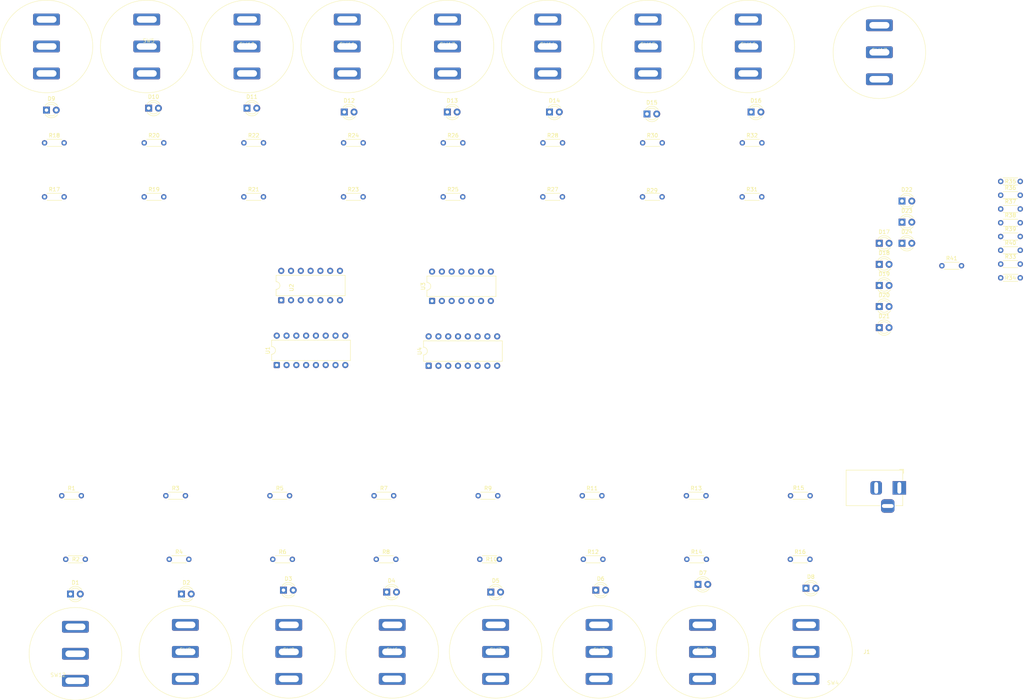
<source format=kicad_pcb>
(kicad_pcb (version 20241229) (generator "pcbnew") (generator_version "9.0")
  (layers (0 "F.Cu" signal) (2 "B.Cu" signal) (13 "F.Paste" user) (15 "B.Paste" user) (5 "F.SilkS" user "F.Silkscreen") (7 "B.SilkS" user "B.Silkscreen") (1 "F.Mask" user) (3 "B.Mask" user) (25 "Edge.Cuts" user))
  (net 0 "")
  (net 1 "GND")
  (net 2 "Net-(D1-A)")
  (net 3 "Net-(D2-A)")
  (net 4 "Net-(D3-A)")
  (net 5 "Net-(D4-A)")
  (net 6 "Net-(D5-A)")
  (net 7 "Net-(D6-A)")
  (net 8 "Net-(D7-A)")
  (net 9 "Net-(D8-A)")
  (net 10 "Net-(D9-A)")
  (net 11 "Net-(D10-A)")
  (net 12 "Net-(D11-A)")
  (net 13 "Net-(D12-A)")
  (net 14 "Net-(D13-A)")
  (net 15 "Net-(D14-A)")
  (net 16 "Net-(D15-A)")
  (net 17 "Net-(D16-A)")
  (net 18 "Net-(D17-A)")
  (net 19 "Net-(D18-A)")
  (net 20 "Net-(D19-A)")
  (net 21 "Net-(D20-A)")
  (net 22 "Net-(D21-A)")
  (net 23 "Net-(D22-A)")
  (net 24 "Net-(D23-A)")
  (net 25 "Net-(D24-A)")
  (net 26 "VCC")
  (net 27 "Net-(R1-Pad2)")
  (net 28 "Net-(R3-Pad2)")
  (net 29 "Net-(R5-Pad2)")
  (net 30 "Net-(R7-Pad2)")
  (net 31 "Net-(R10-Pad1)")
  (net 32 "Net-(R11-Pad2)")
  (net 33 "Net-(R13-Pad2)")
  (net 34 "Net-(R15-Pad2)")
  (net 35 "Net-(R17-Pad2)")
  (net 36 "Net-(R19-Pad2)")
  (net 37 "Net-(R21-Pad2)")
  (net 38 "Net-(R23-Pad2)")
  (net 39 "Net-(R25-Pad2)")
  (net 40 "Net-(R27-Pad2)")
  (net 41 "Net-(R29-Pad2)")
  (net 42 "Net-(R31-Pad2)")
  (net 43 "/S0")
  (net 44 "/S1")
  (net 45 "/S2")
  (net 46 "/S3")
  (net 47 "/S4")
  (net 48 "/S5")
  (net 49 "/S6")
  (net 50 "/S7")
  (net 51 "/SUB")
  (net 52 "/B0")
  (net 54 "/A6")
  (net 56 "/A5")
  (net 58 "/A7")
  (net 61 "/B1")
  (net 62 "/A3")
  (net 64 "/A4")
  (net 66 "/A2")
  (net 68 "/A1")
  (net 71 "/B2")
  (net 73 "/B3")
  (net 74 "/A0")
  (net 76 "/B4")
  (net 78 "/B5")
  (net 80 "/B6")
  (net 83 "/B7")
  (net 84 "Net-(U1-B3)")
  (net 85 "Net-(U1-C4)")
  (net 86 "Net-(U1-B4)")
  (net 87 "Net-(U1-B2)")
  (net 88 "Net-(U1-B1)")
  (net 89 "Net-(U4-B1)")
  (net 90 "Net-(U4-B2)")
  (net 91 "Net-(U4-B3)")
  (net 92 "Net-(U4-B4)")
  (footprint "new switch:adder switch" (layer "F.Cu") (at 206.5 24)
    (property "Reference" "SW16" (at 0 -0.5 0) (layer "F.SilkS") (effects (font (thickness 0.1))))
    (property "Value" "SW_SPDT")
    (pad "1" thru_hole roundrect (at 0 -7) (size 6.95 3.06) (drill oval 5.2 1.7) (layers "*.Cu" "*.Mask") (roundrect_rratio 0.15) (net 1 "GND"))
    (pad "2" thru_hole roundrect (at 0 0) (size 6.95 3.06) (drill oval 5.2 1.7) (layers "*.Cu" "*.Mask") (roundrect_rratio 0.15) (net 83 "/B7"))
    (pad "3" thru_hole roundrect (at 0 7) (size 6.95 3.06) (drill oval 5.2 1.7) (layers "*.Cu" "*.Mask") (roundrect_rratio 0.15))
  )
  (footprint "Resistor_THT:R_Axial_DIN0204_L3.6mm_D1.6mm_P5.08mm_Horizontal" (layer "F.Cu") (at 190.46 140.5)
    (property "Reference" "R13" (at 2.54 -1.92 0) (layer "F.SilkS"))
    (property "Value" "1k")
    (pad "1" thru_hole circle (at 0 0) (size 1.4 1.4) (drill 0.7) (layers "*.Cu" "*.Mask") (net 26 "VCC"))
    (pad "2" thru_hole circle (at 5.08 0) (size 1.4 1.4) (drill 0.7) (layers "*.Cu" "*.Mask") (net 33 "Net-(R13-Pad2)"))
  )
  (footprint "new switch:adder switch" (layer "F.Cu") (at 167.816667 181)
    (property "Reference" "SW3" (at 0 -0.5 0) (layer "F.SilkS") (effects (font (thickness 0.1))))
    (property "Value" "SW_SPDT")
    (pad "1" thru_hole roundrect (at 0 -7) (size 6.95 3.06) (drill oval 5.2 1.7) (layers "*.Cu" "*.Mask") (roundrect_rratio 0.15) (net 1 "GND"))
    (pad "2" thru_hole roundrect (at 0 0) (size 6.95 3.06) (drill oval 5.2 1.7) (layers "*.Cu" "*.Mask") (roundrect_rratio 0.15) (net 56 "/A5"))
    (pad "3" thru_hole roundrect (at 0 7) (size 6.95 3.06) (drill oval 5.2 1.7) (layers "*.Cu" "*.Mask") (roundrect_rratio 0.15))
  )
  (footprint "LED_THT:LED_D3.0mm" (layer "F.Cu") (at 240.475 91.445)
    (property "Reference" "D20" (at 1.27 -2.96 0) (layer "F.SilkS"))
    (property "Value" "LED")
    (pad "1" thru_hole rect (at 0 0) (size 1.8 1.8) (drill 0.9) (layers "*.Cu" "*.Mask") (net 1 "GND"))
    (pad "2" thru_hole circle (at 2.54 0) (size 1.8 1.8) (drill 0.9) (layers "*.Cu" "*.Mask") (net 21 "Net-(D20-A)"))
  )
  (footprint "LED_THT:LED_D3.0mm" (layer "F.Cu") (at 166.96 165)
    (property "Reference" "D6" (at 1.27 -2.96 0) (layer "F.SilkS"))
    (property "Value" "LED")
    (pad "1" thru_hole rect (at 0 0) (size 1.8 1.8) (drill 0.9) (layers "*.Cu" "*.Mask") (net 1 "GND"))
    (pad "2" thru_hole circle (at 2.54 0) (size 1.8 1.8) (drill 0.9) (layers "*.Cu" "*.Mask") (net 7 "Net-(D6-A)"))
  )
  (footprint "new switch:adder switch" (layer "F.Cu") (at 114.165873 181)
    (property "Reference" "SW6" (at 0 -0.5 0) (layer "F.SilkS") (effects (font (thickness 0.1))))
    (property "Value" "SW_SPDT")
    (pad "1" thru_hole roundrect (at 0 -7) (size 6.95 3.06) (drill oval 5.2 1.7) (layers "*.Cu" "*.Mask") (roundrect_rratio 0.15) (net 1 "GND"))
    (pad "2" thru_hole roundrect (at 0 0) (size 6.95 3.06) (drill oval 5.2 1.7) (layers "*.Cu" "*.Mask") (roundrect_rratio 0.15) (net 62 "/A3"))
    (pad "3" thru_hole roundrect (at 0 7) (size 6.95 3.06) (drill oval 5.2 1.7) (layers "*.Cu" "*.Mask") (roundrect_rratio 0.15))
  )
  (footprint "new switch:adder switch" (layer "F.Cu") (at 194.642063 181)
    (property "Reference" "SW2" (at 0 -0.5 0) (layer "F.SilkS") (effects (font (thickness 0.1))))
    (property "Value" "SW_SPDT")
    (pad "1" thru_hole roundrect (at 0 -7) (size 6.95 3.06) (drill oval 5.2 1.7) (layers "*.Cu" "*.Mask") (roundrect_rratio 0.15) (net 1 "GND"))
    (pad "2" thru_hole roundrect (at 0 0) (size 6.95 3.06) (drill oval 5.2 1.7) (layers "*.Cu" "*.Mask") (roundrect_rratio 0.15) (net 54 "/A6"))
    (pad "3" thru_hole roundrect (at 0 7) (size 6.95 3.06) (drill oval 5.2 1.7) (layers "*.Cu" "*.Mask") (roundrect_rratio 0.15))
  )
  (footprint "new switch:adder switch" (layer "F.Cu") (at 32 181.5)
    (property "Reference" "SW12" (at -4.5 5.5 0) (layer "F.SilkS") (effects (font (thickness 0.1))))
    (property "Value" "SW_SPDT")
    (pad "1" thru_hole roundrect (at 0 -7) (size 6.95 3.06) (drill oval 5.2 1.7) (layers "*.Cu" "*.Mask") (roundrect_rratio 0.15) (net 1 "GND"))
    (pad "2" thru_hole roundrect (at 0 0) (size 6.95 3.06) (drill oval 5.2 1.7) (layers "*.Cu" "*.Mask") (roundrect_rratio 0.15) (net 74 "/A0"))
    (pad "3" thru_hole roundrect (at 0 7) (size 6.95 3.06) (drill oval 5.2 1.7) (layers "*.Cu" "*.Mask") (roundrect_rratio 0.15))
  )
  (footprint "Resistor_THT:R_Axial_DIN0204_L3.6mm_D1.6mm_P5.08mm_Horizontal" (layer "F.Cu") (at 271.96 80.428571)
    (property "Reference" "R33" (at 2.54 -1.92 0) (layer "F.SilkS"))
    (property "Value" "1k")
    (pad "1" thru_hole circle (at 0 0) (size 1.4 1.4) (drill 0.7) (layers "*.Cu" "*.Mask") (net 43 "/S0"))
    (pad "2" thru_hole circle (at 5.08 0) (size 1.4 1.4) (drill 0.7) (layers "*.Cu" "*.Mask") (net 18 "Net-(D17-A)"))
  )
  (footprint "Resistor_THT:R_Axial_DIN0204_L3.6mm_D1.6mm_P5.08mm_Horizontal" (layer "F.Cu") (at 75.702857 49)
    (property "Reference" "R22" (at 2.54 -1.92 0) (layer "F.SilkS"))
    (property "Value" "1k")
    (pad "1" thru_hole circle (at 0 0) (size 1.4 1.4) (drill 0.7) (layers "*.Cu" "*.Mask") (net 37 "Net-(R21-Pad2)"))
    (pad "2" thru_hole circle (at 5.08 0) (size 1.4 1.4) (drill 0.7) (layers "*.Cu" "*.Mask") (net 12 "Net-(D11-A)"))
  )
  (footprint "Resistor_THT:R_Axial_DIN0204_L3.6mm_D1.6mm_P5.08mm_Horizontal" (layer "F.Cu") (at 136.882857 157)
    (property "Reference" "R10" (at 3.04 0 0) (layer "F.SilkS"))
    (property "Value" "1k")
    (pad "1" thru_hole circle (at 0 0) (size 1.4 1.4) (drill 0.7) (layers "*.Cu" "*.Mask") (net 31 "Net-(R10-Pad1)"))
    (pad "2" thru_hole circle (at 5.08 0) (size 1.4 1.4) (drill 0.7) (layers "*.Cu" "*.Mask") (net 6 "Net-(D5-A)"))
  )
  (footprint "Resistor_THT:R_Axial_DIN0204_L3.6mm_D1.6mm_P5.08mm_Horizontal" (layer "F.Cu") (at 109.46 140.5)
    (property "Reference" "R7" (at 2.54 -1.92 0) (layer "F.SilkS"))
    (property "Value" "1k")
    (pad "1" thru_hole circle (at 0 0) (size 1.4 1.4) (drill 0.7) (layers "*.Cu" "*.Mask") (net 26 "VCC"))
    (pad "2" thru_hole circle (at 5.08 0) (size 1.4 1.4) (drill 0.7) (layers "*.Cu" "*.Mask") (net 30 "Net-(R7-Pad2)"))
  )
  (footprint "Resistor_THT:R_Axial_DIN0204_L3.6mm_D1.6mm_P5.08mm_Horizontal" (layer "F.Cu") (at 56.345714 157)
    (property "Reference" "R4" (at 2.54 -1.92 0) (layer "F.SilkS"))
    (property "Value" "1k")
    (pad "1" thru_hole circle (at 0 0) (size 1.4 1.4) (drill 0.7) (layers "*.Cu" "*.Mask") (net 28 "Net-(R3-Pad2)"))
    (pad "2" thru_hole circle (at 5.08 0) (size 1.4 1.4) (drill 0.7) (layers "*.Cu" "*.Mask") (net 3 "Net-(D2-A)"))
  )
  (footprint "Package_DIP:DIP-16_W7.62mm" (layer "F.Cu") (at 84.22 106.62 90)
    (property "Reference" "U1" (at 3.81 -2.33 90) (layer "F.SilkS"))
    (property "Value" "~")
    (pad "1" thru_hole roundrect (at 0 0 90) (size 1.6 1.6) (drill 0.8) (layers "*.Cu" "*.Mask") (roundrect_rratio 0.15625) (net 62 "/A3"))
    (pad "2" thru_hole circle (at 0 2.54 90) (size 1.6 1.6) (drill 0.8) (layers "*.Cu" "*.Mask") (net 45 "/S2"))
    (pad "3" thru_hole circle (at 0 5.08 90) (size 1.6 1.6) (drill 0.8) (layers "*.Cu" "*.Mask") (net 66 "/A2"))
    (pad "4" thru_hole circle (at 0 7.62 90) (size 1.6 1.6) (drill 0.8) (layers "*.Cu" "*.Mask") (net 84 "Net-(U1-B3)"))
    (pad "5" thru_hole circle (at 0 10.16 90) (size 1.6 1.6) (drill 0.8) (layers "*.Cu" "*.Mask") (net 26 "VCC"))
    (pad "6" thru_hole circle (at 0 12.7 90) (size 1.6 1.6) (drill 0.8) (layers "*.Cu" "*.Mask") (net 44 "/S1"))
    (pad "7" thru_hole circle (at 0 15.24 90) (size 1.6 1.6) (drill 0.8) (layers "*.Cu" "*.Mask") (net 87 "Net-(U1-B2)"))
    (pad "8" thru_hole circle (at 0 17.78 90) (size 1.6 1.6) (drill 0.8) (layers "*.Cu" "*.Mask") (net 68 "/A1"))
    (pad "9" thru_hole circle (at 7.62 17.78 90) (size 1.6 1.6) (drill 0.8) (layers "*.Cu" "*.Mask") (net 43 "/S0"))
    (pad "10" thru_hole circle (at 7.62 15.24 90) (size 1.6 1.6) (drill 0.8) (layers "*.Cu" "*.Mask") (net 74 "/A0"))
    (pad "11" thru_hole circle (at 7.62 12.7 90) (size 1.6 1.6) (drill 0.8) (layers "*.Cu" "*.Mask") (net 88 "Net-(U1-B1)"))
    (pad "12" thru_hole circle (at 7.62 10.16 90) (size 1.6 1.6) (drill 0.8) (layers "*.Cu" "*.Mask") (net 1 "GND"))
    (pad "13" thru_hole circle (at 7.62 7.62 90) (size 1.6 1.6) (drill 0.8) (layers "*.Cu" "*.Mask") (net 51 "/SUB"))
    (pad "14" thru_hole circle (at 7.62 5.08 90) (size 1.6 1.6) (drill 0.8) (layers "*.Cu" "*.Mask") (net 85 "Net-(U1-C4)"))
    (pad "15" thru_hole circle (at 7.62 2.54 90) (size 1.6 1.6) (drill 0.8) (layers "*.Cu" "*.Mask") (net 46 "/S3"))
    (pad "16" thru_hole circle (at 7.62 0 90) (size 1.6 1.6) (drill 0.8) (layers "*.Cu" "*.Mask") (net 86 "Net-(U1-B4)"))
  )
  (footprint "Package_DIP:DIP-16_W7.62mm" (layer "F.Cu") (at 123.61 106.805 90)
    (property "Reference" "U4" (at 3.81 -2.33 90) (layer "F.SilkS"))
    (property "Value" "~")
    (pad "1" thru_hole roundrect (at 0 0 90) (size 1.6 1.6) (drill 0.8) (layers "*.Cu" "*.Mask") (roundrect_rratio 0.15625) (net 58 "/A7"))
    (pad "2" thru_hole circle (at 0 2.54 90) (size 1.6 1.6) (drill 0.8) (layers "*.Cu" "*.Mask") (net 49 "/S6"))
    (pad "3" thru_hole circle (at 0 5.08 90) (size 1.6 1.6) (drill 0.8) (layers "*.Cu" "*.Mask") (net 54 "/A6"))
    (pad "4" thru_hole circle (at 0 7.62 90) (size 1.6 1.6) (drill 0.8) (layers "*.Cu" "*.Mask") (net 91 "Net-(U4-B3)"))
    (pad "5" thru_hole circle (at 0 10.16 90) (size 1.6 1.6) (drill 0.8) (layers "*.Cu" "*.Mask") (net 26 "VCC"))
    (pad "6" thru_hole circle (at 0 12.7 90) (size 1.6 1.6) (drill 0.8) (layers "*.Cu" "*.Mask") (net 48 "/S5"))
    (pad "7" thru_hole circle (at 0 15.24 90) (size 1.6 1.6) (drill 0.8) (layers "*.Cu" "*.Mask") (net 90 "Net-(U4-B2)"))
    (pad "8" thru_hole circle (at 0 17.78 90) (size 1.6 1.6) (drill 0.8) (layers "*.Cu" "*.Mask") (net 56 "/A5"))
    (pad "9" thru_hole circle (at 7.62 17.78 90) (size 1.6 1.6) (drill 0.8) (layers "*.Cu" "*.Mask") (net 47 "/S4"))
    (pad "10" thru_hole circle (at 7.62 15.24 90) (size 1.6 1.6) (drill 0.8) (layers "*.Cu" "*.Mask") (net 64 "/A4"))
    (pad "11" thru_hole circle (at 7.62 12.7 90) (size 1.6 1.6) (drill 0.8) (layers "*.Cu" "*.Mask") (net 89 "Net-(U4-B1)"))
    (pad "12" thru_hole circle (at 7.62 10.16 90) (size 1.6 1.6) (drill 0.8) (layers "*.Cu" "*.Mask") (net 1 "GND"))
    (pad "13" thru_hole circle (at 7.62 7.62 90) (size 1.6 1.6) (drill 0.8) (layers "*.Cu" "*.Mask") (net 85 "Net-(U1-C4)"))
    (pad "14" thru_hole circle (at 7.62 5.08 90) (size 1.6 1.6) (drill 0.8) (layers "*.Cu" "*.Mask"))
    (pad "15" thru_hole circle (at 7.62 2.54 90) (size 1.6 1.6) (drill 0.8) (layers "*.Cu" "*.Mask") (net 50 "/S7"))
    (pad "16" thru_hole circle (at 7.62 0 90) (size 1.6 1.6) (drill 0.8) (layers "*.Cu" "*.Mask") (net 92 "Net-(U4-B4)"))
  )
  (footprint "LED_THT:LED_D3.0mm" (layer "F.Cu") (at 240.475 96.915)
    (property "Reference" "D21" (at 1.27 -2.96 0) (layer "F.SilkS"))
    (property "Value" "LED")
    (pad "1" thru_hole rect (at 0 0) (size 1.8 1.8) (drill 0.9) (layers "*.Cu" "*.Mask") (net 1 "GND"))
    (pad "2" thru_hole circle (at 2.54 0) (size 1.8 1.8) (drill 0.9) (layers "*.Cu" "*.Mask") (net 22 "Net-(D21-A)"))
  )
  (footprint "Resistor_THT:R_Axial_DIN0204_L3.6mm_D1.6mm_P5.08mm_Horizontal" (layer "F.Cu") (at 271.96 66.142857)
    (property "Reference" "R37" (at 2.54 -1.92 0) (layer "F.SilkS"))
    (property "Value" "1k")
    (pad "1" thru_hole circle (at 0 0) (size 1.4 1.4) (drill 0.7) (layers "*.Cu" "*.Mask") (net 47 "/S4"))
    (pad "2" thru_hole circle (at 5.08 0) (size 1.4 1.4) (drill 0.7) (layers "*.Cu" "*.Mask") (net 22 "Net-(D21-A)"))
  )
  (footprint "new switch:adder switch" (layer "F.Cu") (at 140.99127 181)
    (property "Reference" "SW7" (at 0 -0.5 0) (layer "F.SilkS") (effects (font (thickness 0.1))))
    (property "Value" "SW_SPDT")
    (pad "1" thru_hole roundrect (at 0 -7) (size 6.95 3.06) (drill oval 5.2 1.7) (layers "*.Cu" "*.Mask") (roundrect_rratio 0.15) (net 1 "GND"))
    (pad "2" thru_hole roundrect (at 0 0) (size 6.95 3.06) (drill oval 5.2 1.7) (layers "*.Cu" "*.Mask") (roundrect_rratio 0.15) (net 64 "/A4"))
    (pad "3" thru_hole roundrect (at 0 7) (size 6.95 3.06) (drill oval 5.2 1.7) (layers "*.Cu" "*.Mask") (roundrect_rratio 0.15))
  )
  (footprint "new switch:adder switch" (layer "F.Cu") (at 102.5 24)
    (property "Reference" "SW11" (at 0 -0.5 0) (layer "F.SilkS") (effects (font (thickness 0.1))))
    (property "Value" "SW_SPDT")
    (pad "1" thru_hole roundrect (at 0 -7) (size 6.95 3.06) (drill oval 5.2 1.7) (layers "*.Cu" "*.Mask") (roundrect_rratio 0.15) (net 1 "GND"))
    (pad "2" thru_hole roundrect (at 0 0) (size 6.95 3.06) (drill oval 5.2 1.7) (layers "*.Cu" "*.Mask") (roundrect_rratio 0.15) (net 73 "/B3"))
    (pad "3" thru_hole roundrect (at 0 7) (size 6.95 3.06) (drill oval 5.2 1.7) (layers "*.Cu" "*.Mask") (roundrect_rratio 0.15))
  )
  (footprint "Resistor_THT:R_Axial_DIN0204_L3.6mm_D1.6mm_P5.08mm_Horizontal" (layer "F.Cu") (at 271.96 76.857143)
    (property "Reference" "R40" (at 2.54 -1.92 0) (layer "F.SilkS"))
    (property "Value" "1k")
    (pad "1" thru_hole circle (at 0 0) (size 1.4 1.4) (drill 0.7) (layers "*.Cu" "*.Mask") (net 50 "/S7"))
    (pad "2" thru_hole circle (at 5.08 0) (size 1.4 1.4) (drill 0.7) (layers "*.Cu" "*.Mask") (net 25 "Net-(D24-A)"))
  )
  (footprint "LED_THT:LED_D3.0mm" (layer "F.Cu") (at 101.73 41)
    (property "Reference" "D12" (at 1.27 -2.96 0) (layer "F.SilkS"))
    (property "Value" "LED")
    (pad "1" thru_hole rect (at 0 0) (size 1.8 1.8) (drill 0.9) (layers "*.Cu" "*.Mask") (net 1 "GND"))
    (pad "2" thru_hole circle (at 2.54 0) (size 1.8 1.8) (drill 0.9) (layers "*.Cu" "*.Mask") (net 13 "Net-(D12-A)"))
  )
  (footprint "Resistor_THT:R_Axial_DIN0204_L3.6mm_D1.6mm_P5.08mm_Horizontal" (layer "F.Cu") (at 217.46 140.5)
    (property "Reference" "R15" (at 2.08 -2 0) (layer "F.SilkS"))
    (property "Value" "1k")
    (pad "1" thru_hole circle (at 0 0) (size 1.4 1.4) (drill 0.7) (layers "*.Cu" "*.Mask") (net 26 "VCC"))
    (pad "2" thru_hole circle (at 5.08 0) (size 1.4 1.4) (drill 0.7) (layers "*.Cu" "*.Mask") (net 34 "Net-(R15-Pad2)"))
  )
  (footprint "Resistor_THT:R_Axial_DIN0204_L3.6mm_D1.6mm_P5.08mm_Horizontal" (layer "F.Cu") (at 179.108571 49)
    (property "Reference" "R30" (at 2.54 -1.92 0) (layer "F.SilkS"))
    (property "Value" "1k")
    (pad "1" thru_hole circle (at 0 0) (size 1.4 1.4) (drill 0.7) (layers "*.Cu" "*.Mask") (net 41 "Net-(R29-Pad2)"))
    (pad "2" thru_hole circle (at 5.08 0) (size 1.4 1.4) (drill 0.7) (layers "*.Cu" "*.Mask") (net 16 "Net-(D15-A)"))
  )
  (footprint "Resistor_THT:R_Axial_DIN0204_L3.6mm_D1.6mm_P5.08mm_Horizontal" (layer "F.Cu") (at 256.715 80.865)
    (property "Reference" "R41" (at 2.54 -1.92 0) (layer "F.SilkS"))
    (property "Value" "R")
    (pad "1" thru_hole circle (at 0 0) (size 1.4 1.4) (drill 0.7) (layers "*.Cu" "*.Mask") (net 26 "VCC"))
    (pad "2" thru_hole circle (at 5.08 0) (size 1.4 1.4) (drill 0.7) (layers "*.Cu" "*.Mask") (net 51 "/SUB"))
  )
  (footprint "Resistor_THT:R_Axial_DIN0204_L3.6mm_D1.6mm_P5.08mm_Horizontal" (layer "F.Cu") (at 271.96 69.714286)
    (property "Reference" "R38" (at 2.54 -1.92 0) (layer "F.SilkS"))
    (property "Value" "1k")
    (pad "1" thru_hole circle (at 0 0) (size 1.4 1.4) (drill 0.7) (layers "*.Cu" "*.Mask") (net 48 "/S5"))
    (pad "2" thru_hole circle (at 5.08 0) (size 1.4 1.4) (drill 0.7) (layers "*.Cu" "*.Mask") (net 23 "Net-(D22-A)"))
  )
  (footprint "Resistor_THT:R_Axial_DIN0204_L3.6mm_D1.6mm_P5.08mm_Horizontal" (layer "F.Cu") (at 24 49)
    (property "Reference" "R18" (at 2.54 -1.92 0) (layer "F.SilkS"))
    (property "Value" "1k")
    (pad "1" thru_hole circle (at 0 0) (size 1.4 1.4) (drill 0.7) (layers "*.Cu" "*.Mask") (net 35 "Net-(R17-Pad2)"))
    (pad "2" thru_hole circle (at 5.08 0) (size 1.4 1.4) (drill 0.7) (layers "*.Cu" "*.Mask") (net 10 "Net-(D9-A)"))
  )
  (footprint "Resistor_THT:R_Axial_DIN0204_L3.6mm_D1.6mm_P5.08mm_Horizontal" (layer "F.Cu") (at 110.037143 157)
    (property "Reference" "R8" (at 2.54 -1.92 0) (layer "F.SilkS"))
    (property "Value" "1k")
    (pad "1" thru_hole circle (at 0 0) (size 1.4 1.4) (drill 0.7) (layers "*.Cu" "*.Mask") (net 30 "Net-(R7-Pad2)"))
    (pad "2" thru_hole circle (at 5.08 0) (size 1.4 1.4) (drill 0.7) (layers "*.Cu" "*.Mask") (net 5 "Net-(D4-A)"))
  )
  (footprint "new switch:adder switch" (layer "F.Cu") (at 76.5 24)
    (property "Reference" "SW10" (at 0 -0.5 0) (layer "F.SilkS") (effects (font (thickness 0.1))))
    (property "Value" "SW_SPDT")
    (pad "1" thru_hole roundrect (at 0 -7) (size 6.95 3.06) (drill oval 5.2 1.7) (layers "*.Cu" "*.Mask") (roundrect_rratio 0.15) (net 1 "GND"))
    (pad "2" thru_hole roundrect (at 0 0) (size 6.95 3.06) (drill oval 5.2 1.7) (layers "*.Cu" "*.Mask") (roundrect_rratio 0.15) (net 71 "/B2"))
    (pad "3" thru_hole roundrect (at 0 7) (size 6.95 3.06) (drill oval 5.2 1.7) (layers "*.Cu" "*.Mask") (roundrect_rratio 0.15))
  )
  (footprint "new switch:adder switch" (layer "F.Cu") (at 240.5 25.5)
    (property "Reference" "SW17" (at 0 -0.5 0) (layer "F.SilkS") (effects (font (thickness 0.1))))
    (property "Value" "SW_Push")
    (pad "1" thru_hole roundrect (at 0 -7) (size 6.95 3.06) (drill oval 5.2 1.7) (layers "*.Cu" "*.Mask") (roundrect_rratio 0.15) (net 1 "GND"))
    (pad "2" thru_hole roundrect (at 0 0) (size 6.95 3.06) (drill oval 5.2 1.7) (layers "*.Cu" "*.Mask") (roundrect_rratio 0.15) (net 51 "/SUB"))
    (pad "3" thru_hole roundrect (at 0 7) (size 6.95 3.06) (drill oval 5.2 1.7) (layers "*.Cu" "*.Mask") (roundrect_rratio 0.15))
  )
  (footprint "LED_THT:LED_D3.0mm" (layer "F.Cu") (at 128.46 41)
    (property "Reference" "D13" (at 1.27 -2.96 0) (layer "F.SilkS"))
    (property "Value" "LED")
    (pad "1" thru_hole rect (at 0 0) (size 1.8 1.8) (drill 0.9) (layers "*.Cu" "*.Mask") (net 1 "GND"))
    (pad "2" thru_hole circle (at 2.54 0) (size 1.8 1.8) (drill 0.9) (layers "*.Cu" "*.Mask") (net 14 "Net-(D13-A)"))
  )
  (footprint "LED_THT:LED_D3.0mm" (layer "F.Cu") (at 246.365 75.035)
    (property "Reference" "D24" (at 1.27 -2.96 0) (layer "F.SilkS"))
    (property "Value" "LED")
    (pad "1" thru_hole rect (at 0 0) (size 1.8 1.8) (drill 0.9) (layers "*.Cu" "*.Mask") (net 1 "GND"))
    (pad "2" thru_hole circle (at 2.54 0) (size 1.8 1.8) (drill 0.9) (layers "*.Cu" "*.Mask") (net 25 "Net-(D24-A)"))
  )
  (footprint "Resistor_THT:R_Axial_DIN0204_L3.6mm_D1.6mm_P5.08mm_Horizontal" (layer "F.Cu") (at 24 63)
    (property "Reference" "R17" (at 2.54 -1.92 0) (layer "F.SilkS"))
    (property "Value" "1k")
    (pad "1" thru_hole circle (at 0 0) (size 1.4 1.4) (drill 0.7) (layers "*.Cu" "*.Mask") (net 26 "VCC"))
    (pad "2" thru_hole circle (at 5.08 0) (size 1.4 1.4) (drill 0.7) (layers "*.Cu" "*.Mask") (net 35 "Net-(R17-Pad2)"))
  )
  (footprint "Resistor_THT:R_Axial_DIN0204_L3.6mm_D1.6mm_P5.08mm_Horizontal" (layer "F.Cu") (at 271.96 73.285714)
    (property "Reference" "R39" (at 2.54 -1.92 0) (layer "F.SilkS"))
    (property "Value" "1k")
    (pad "1" thru_hole circle (at 0 0) (size 1.4 1.4) (drill 0.7) (layers "*.Cu" "*.Mask") (net 49 "/S6"))
    (pad "2" thru_hole circle (at 5.08 0) (size 1.4 1.4) (drill 0.7) (layers "*.Cu" "*.Mask") (net 24 "Net-(D23-A)"))
  )
  (footprint "LED_THT:LED_D3.0mm" (layer "F.Cu") (at 246.365 64.095)
    (property "Reference" "D22" (at 1.27 -2.96 0) (layer "F.SilkS"))
    (property "Value" "LED")
    (pad "1" thru_hole rect (at 0 0) (size 1.8 1.8) (drill 0.9) (layers "*.Cu" "*.Mask") (net 1 "GND"))
    (pad "2" thru_hole circle (at 2.54 0) (size 1.8 1.8) (drill 0.9) (layers "*.Cu" "*.Mask") (net 23 "Net-(D22-A)"))
  )
  (footprint "LED_THT:LED_D3.0mm" (layer "F.Cu") (at 207.23 41)
    (property "Reference" "D16" (at 1.27 -2.96 0) (layer "F.SilkS"))
    (property "Value" "LED")
    (pad "1" thru_hole rect (at 0 0) (size 1.8 1.8) (drill 0.9) (layers "*.Cu" "*.Mask") (net 1 "GND"))
    (pad "2" thru_hole circle (at 2.54 0) (size 1.8 1.8) (drill 0.9) (layers "*.Cu" "*.Mask") (net 17 "Net-(D16-A)"))
  )
  (footprint "LED_THT:LED_D3.0mm" (layer "F.Cu") (at 240.475 85.975)
    (property "Reference" "D19" (at 1.27 -2.96 0) (layer "F.SilkS"))
    (property "Value" "LED")
    (pad "1" thru_hole rect (at 0 0) (size 1.8 1.8) (drill 0.9) (layers "*.Cu" "*.Mask") (net 1 "GND"))
    (pad "2" thru_hole circle (at 2.54 0) (size 1.8 1.8) (drill 0.9) (layers "*.Cu" "*.Mask") (net 20 "Net-(D19-A)"))
  )
  (footprint "new switch:adder switch" (layer "F.Cu") (at 180.5 24)
    (property "Reference" "SW15" (at 0 -0.5 0) (layer "F.SilkS") (effects (font (thickness 0.1))))
    (property "Value" "SW_SPDT")
    (pad "1" thru_hole roundrect (at 0 -7) (size 6.95 3.06) (drill oval 5.2 1.7) (layers "*.Cu" "*.Mask") (roundrect_rratio 0.15) (net 1 "GND"))
    (pad "2" thru_hole roundrect (at 0 0) (size 6.95 3.06) (drill oval 5.2 1.7) (layers "*.Cu" "*.Mask") (roundrect_rratio 0.15) (net 80 "/B6"))
    (pad "3" thru_hole roundrect (at 0 7) (size 6.95 3.06) (drill oval 5.2 1.7) (layers "*.Cu" "*.Mask") (roundrect_rratio 0.15))
  )
  (footprint "Resistor_THT:R_Axial_DIN0204_L3.6mm_D1.6mm_P5.08mm_Horizontal" (layer "F.Cu") (at 101.554286 49)
    (property "Reference" "R24" (at 2.54 -1.92 0) (layer "F.SilkS"))
    (property "Value" "1k")
    (pad "1" thru_hole circle (at 0 0) (size 1.4 1.4) (drill 0.7) (layers "*.Cu" "*.Mask") (net 38 "Net-(R23-Pad2)"))
    (pad "2" thru_hole circle (at 5.08 0) (size 1.4 1.4) (drill 0.7) (layers "*.Cu" "*.Mask") (net 13 "Net-(D12-A)"))
  )
  (footprint "Resistor_THT:R_Axial_DIN0204_L3.6mm_D1.6mm_P5.08mm_Horizontal" (layer "F.Cu") (at 217.42 157)
    (property "Reference" "R16" (at 2.54 -1.92 0) (layer "F.SilkS"))
    (property "Value" "1k")
    (pad "1" thru_hole circle (at 0 0) (size 1.4 1.4) (drill 0.7) (layers "*.Cu" "*.Mask") (net 34 "Net-(R15-Pad2)"))
    (pad "2" thru_hole circle (at 5.08 0) (size 1.4 1.4) (drill 0.7) (layers "*.Cu" "*.Mask") (net 9 "Net-(D8-A)"))
  )
  (footprint "LED_THT:LED_D3.0mm" (layer "F.Cu") (at 221.46 164.5)
    (property "Reference" "D8" (at 1.27 -2.96 0) (layer "F.SilkS"))
    (property "Value" "LED")
    (pad "1" thru_hole rect (at 0 0) (size 1.8 1.8) (drill 0.9) (layers "*.Cu" "*.Mask") (net 1 "GND"))
    (pad "2" thru_hole circle (at 2.54 0) (size 1.8 1.8) (drill 0.9) (layers "*.Cu" "*.Mask") (net 9 "Net-(D8-A)"))
  )
  (footprint "Resistor_THT:R_Axial_DIN0204_L3.6mm_D1.6mm_P5.08mm_Horizontal" (layer "F.Cu") (at 49.851429 49)
    (property "Reference" "R20" (at 2.54 -1.92 0) (layer "F.SilkS"))
    (property "Value" "1k")
    (pad "1" thru_hole circle (at 0 0) (size 1.4 1.4) (drill 0.7) (layers "*.Cu" "*.Mask") (net 36 "Net-(R19-Pad2)"))
    (pad "2" thru_hole circle (at 5.08 0) (size 1.4 1.4) (drill 0.7) (layers "*.Cu" "*.Mask") (net 11 "Net-(D10-A)"))
  )
  (footprint "new switch:adder switch" (layer "F.Cu") (at 50.5 24)
    (property "Reference" "SW5" (at 0.5 -1.5 0) (layer "F.SilkS") (effects (font (thickness 0.1))))
    (property "Value" "SW_SPDT")
    (pad "1" thru_hole roundrect (at 0 -7) (size 6.95 3.06) (drill oval 5.2 1.7) (layers "*.Cu" "*.Mask") (roundrect_rratio 0.15) (net 1 "GND"))
    (pad "2" thru_hole roundrect (at 0 0) (size 6.95 3.06) (drill oval 5.2 1.7) (layers "*.Cu" "*.Mask") (roundrect_rratio 0.15) (net 61 "/B1"))
    (pad "3" thru_hole roundrect (at 0 7) (size 6.95 3.06) (drill oval 5.2 1.7) (layers "*.Cu" "*.Mask") (roundrect_rratio 0.15))
  )
  (footprint "Resistor_THT:R_Axial_DIN0204_L3.6mm_D1.6mm_P5.08mm_Horizontal" (layer "F.Cu") (at 271.96 84)
    (property "Reference" "R34" (at 2.54 0 0) (layer "F.SilkS"))
    (property "Value" "1k")
    (pad "1" thru_hole circle (at 0 0) (size 1.4 1.4) (drill 0.7) (layers "*.Cu" "*.Mask") (net 44 "/S1"))
    (pad "2" thru_hole circle (at 5.08 0) (size 1.4 1.4) (drill 0.7) (layers "*.Cu" "*.Mask") (net 19 "Net-(D18-A)"))
  )
  (footprint "Resistor_THT:R_Axial_DIN0204_L3.6mm_D1.6mm_P5.08mm_Horizontal" (layer "F.Cu") (at 127.382857 63)
    (property "Reference" "R25" (at 2.54 -1.92 0) (layer "F.SilkS"))
    (property "Value" "1k")
    (pad "1" thru_hole circle (at 0 0) (size 1.4 1.4) (drill 0.7) (layers "*.Cu" "*.Mask") (net 26 "VCC"))
    (pad "2" thru_hole circle (at 5.08 0) (size 1.4 1.4) (drill 0.7) (layers "*.Cu" "*.Mask") (net 39 "Net-(R25-Pad2)"))
  )
  (footprint "LED_THT:LED_D3.0mm" (layer "F.Cu") (at 139.73 165.5)
    (property "Reference" "D5" (at 1.27 -2.96 0) (layer "F.SilkS"))
    (property "Value" "LED")
    (pad "1" thru_hole rect (at 0 0) (size 1.8 1.8) (drill 0.9) (layers "*.Cu" "*.Mask") (net 1 "GND"))
    (pad "2" thru_hole circle (at 2.54 0) (size 1.8 1.8) (drill 0.9) (layers "*.Cu" "*.Mask") (net 6 "Net-(D5-A)"))
  )
  (footprint "Resistor_THT:R_Axial_DIN0204_L3.6mm_D1.6mm_P5.08mm_Horizontal" (layer "F.Cu") (at 179.074286 63)
    (property "Reference" "R29" (at 2.47 -1.65 0) (layer "F.SilkS"))
    (property "Value" "1k")
    (pad "1" thru_hole circle (at 0 0) (size 1.4 1.4) (drill 0.7) (layers "*.Cu" "*.Mask") (net 26 "VCC"))
    (pad "2" thru_hole circle (at 5.08 0) (size 1.4 1.4) (drill 0.7) (layers "*.Cu" "*.Mask") (net 41 "Net-(R29-Pad2)"))
  )
  (footprint "Resistor_THT:R_Axial_DIN0204_L3.6mm_D1.6mm_P5.08mm_Horizontal" (layer "F.Cu") (at 28.46 140.5)
    (property "Reference" "R1" (at 2.54 -1.92 0) (layer "F.SilkS"))
    (property "Value" "1k")
    (pad "1" thru_hole circle (at 0 0) (size 1.4 1.4) (drill 0.7) (layers "*.Cu" "*.Mask") (net 26 "VCC"))
    (pad "2" thru_hole circle (at 5.08 0) (size 1.4 1.4) (drill 0.7) (layers "*.Cu" "*.Mask") (net 27 "Net-(R1-Pad2)"))
  )
  (footprint "Resistor_THT:R_Axial_DIN0204_L3.6mm_D1.6mm_P5.08mm_Horizontal" (layer "F.Cu") (at 204.92 63)
    (property "Reference" "R31" (at 2.54 -1.92 0) (layer "F.SilkS"))
    (property "Value" "1k")
    (pad "1" thru_hole circle (at 0 0) (size 1.4 1.4) (drill 0.7) (layers "*.Cu" "*.Mask") (net 26 "VCC"))
    (pad "2" thru_hole circle (at 5.08 0) (size 1.4 1.4) (drill 0.7) (layers "*.Cu" "*.Mask") (net 42 "Net-(R31-Pad2)"))
  )
  (footprint "new switch:adder switch" (layer "F.Cu") (at 60.51508 181)
    (property "Reference" "SW9" (at 0 -0.5 0) (layer "F.SilkS") (effects (font (thickness 0.1))))
    (property "Value" "SW_SPDT")
    (pad "1" thru_hole roundrect (at 0 -7) (size 6.95 3.06) (drill oval 5.2 1.7) (layers "*.Cu" "*.Mask") (roundrect_rratio 0.15) (net 1 "GND"))
    (pad "2" thru_hole roundrect (at 0 0) (size 6.95 3.06) (drill oval 5.2 1.7) (layers "*.Cu" "*.Mask") (roundrect_rratio 0.15) (net 68 "/A1"))
    (pad "3" thru_hole roundrect (at 0 7) (size 6.95 3.06) (drill oval 5.2 1.7) (layers "*.Cu" "*.Mask") (roundrect_rratio 0.15))
  )
  (footprint "Resistor_THT:R_Axial_DIN0204_L3.6mm_D1.6mm_P5.08mm_Horizontal" (layer "F.Cu") (at 271.96 59)
    (property "Reference" "R35" (at 2.54 0 0) (layer "F.SilkS"))
    (property "Value" "1k")
    (pad "1" thru_hole circle (at 0 0) (size 1.4 1.4) (drill 0.7) (layers "*.Cu" "*.Mask") (net 45 "/S2"))
    (pad "2" thru_hole circle (at 5.08 0) (size 1.4 1.4) (drill 0.7) (layers "*.Cu" "*.Mask") (net 20 "Net-(D19-A)"))
  )
  (footprint "Resistor_THT:R_Axial_DIN0204_L3.6mm_D1.6mm_P5.08mm_Horizontal" (layer "F.Cu") (at 153.257143 49)
    (property "Reference" "R28" (at 2.54 -1.92 0) (layer "F.SilkS"))
    (property "Value" "1k")
    (pad "1" thru_hole circle (at 0 0) (size 1.4 1.4) (drill 0.7) (layers "*.Cu" "*.Mask") (net 40 "Net-(R27-Pad2)"))
    (pad "2" thru_hole circle (at 5.08 0) (size 1.4 1.4) (drill 0.7) (layers "*.Cu" "*.Mask") (net 15 "Net-(D14-A)"))
  )
  (footprint "LED_THT:LED_D3.0mm" (layer "F.Cu") (at 180.23 41.5)
    (property "Reference" "D15" (at 1.27 -2.96 0) (layer "F.SilkS"))
    (property "Value" "LED")
    (pad "1" thru_hole rect (at 0 0) (size 1.8 1.8) (drill 0.9) (layers "*.Cu" "*.Mask") (net 1 "GND"))
    (pad "2" thru_hole circle (at 2.54 0) (size 1.8 1.8) (drill 0.9) (layers "*.Cu" "*.Mask") (net 16 "Net-(D15-A)"))
  )
  (footprint "LED_THT:LED_D3.0mm" (layer "F.Cu") (at 154.96 41)
    (property "Reference" "D14" (at 1.27 -2.96 0) (layer "F.SilkS"))
    (property "Value" "LED")
    (pad "1" thru_hole rect (at 0 0) (size 1.8 1.8) (drill 0.9) (layers "*.Cu" "*.Mask") (net 1 "GND"))
    (pad "2" thru_hole circle (at 2.54 0) (size 1.8 1.8) (drill 0.9) (layers "*.Cu" "*.Mask") (net 15 "Net-(D14-A)"))
  )
  (footprint "Package_DIP:DIP-14_W7.62mm" (layer "F.Cu") (at 85.38 89.805 90)
    (property "Reference" "U2" (at 3.265 2.685 90) (layer "F.SilkS"))
    (property "Value" "~")
    (pad "1" thru_hole roundrect (at 0 0 90) (size 1.6 1.6) (drill 0.8) (layers "*.Cu" "*.Mask") (roundrect_rratio 0.15625) (net 83 "/B7"))
    (pad "2" thru_hole circle (at 0 2.54 90) (size 1.6 1.6) (drill 0.8) (layers "*.Cu" "*.Mask") (net 51 "/SUB"))
    (pad "3" thru_hole circle (at 0 5.08 90) (size 1.6 1.6) (drill 0.8) (layers "*.Cu" "*.Mask") (net 92 "Net-(U4-B4)"))
    (pad "4" thru_hole circle (at 0 7.62 90) (size 1.6 1.6) (drill 0.8) (layers "*.Cu" "*.Mask") (net 80 "/B6"))
    (pad "5" thru_hole circle (at 0 10.16 90) (size 1.6 1.6) (drill 0.8) (layers "*.Cu" "*.Mask") (net 51 "/SUB"))
    (pad "6" thru_hole circle (at 0 12.7 90) (size 1.6 1.6) (drill 0.8) (layers "*.Cu" "*.Mask") (net 91 "Net-(U4-B3)"))
    (pad "7" thru_hole circle (at 0 15.24 90) (size 1.6 1.6) (drill 0.8) (layers "*.Cu" "*.Mask") (net 1 "GND"))
    (pad "8" thru_hole circle (at 7.62 15.24 90) (size 1.6 1.6) (drill 0.8) (layers "*.Cu" "*.Mask") (net 90 "Net-(U4-B2)"))
    (pad "9" thru_hole circle (at 7.62 12.7 90) (size 1.6 1.6) (drill 0.8) (layers "*.Cu" "*.Mask") (net 78 "/B5"))
    (pad "10" thru_hole circle (at 7.62 10.16 90) (size 1.6 1.6) (drill 0.8) (layers "*.Cu" "*.Mask") (net 51 "/SUB"))
    (pad "11" thru_hole circle (at 7.62 7.62 90) (size 1.6 1.6) (drill 0.8) (layers "*.Cu" "*.Mask") (net 89 "Net-(U4-B1)"))
    (pad "12" thru_hole circle (at 7.62 5.08 90) (size 1.6 1.6) (drill 0.8) (layers "*.Cu" "*.Mask") (net 76 "/B4"))
    (pad "13" thru_hole circle (at 7.62 2.54 90) (size 1.6 1.6) (drill 0.8) (layers "*.Cu" "*.Mask") (net 51 "/SUB"))
    (pad "14" thru_hole circle (at 7.62 0 90) (size 1.6 1.6) (drill 0.8) (layers "*.Cu" "*.Mask") (net 26 "VCC"))
  )
  (footprint "Resistor_THT:R_Axial_DIN0204_L3.6mm_D1.6mm_P5.08mm_Horizontal" (layer "F.Cu") (at 153.228571 63)
    (property "Reference" "R27" (at 2.54 -1.92 0) (layer "F.SilkS"))
    (property "Value" "1k")
    (pad "1" thru_hole circle (at 0 0) (size 1.4 1.4) (drill 0.7) (layers "*.Cu" "*.Mask") (net 26 "VCC"))
    (pad "2" thru_hole circle (at 5.08 0) (size 1.4 1.4) (drill 0.7) (layers "*.Cu" "*.Mask") (net 40 "Net-(R27-Pad2)"))
  )
  (footprint "LED_THT:LED_D3.0mm" (layer "F.Cu") (at 85.96 165)
    (property "Reference" "D3" (at 1.27 -2.96 0) (layer "F.SilkS"))
    (property "Value" "LED")
    (pad "1" thru_hole rect (at 0 0) (size 1.8 1.8) (drill 0.9) (layers "*.Cu" "*.Mask") (net 1 "GND"))
    (pad "2" thru_hole circle (at 2.54 0) (size 1.8 1.8) (drill 0.9) (layers "*.Cu" "*.Mask") (net 4 "Net-(D3-A)"))
  )
  (footprint "Resistor_THT:R_Axial_DIN0204_L3.6mm_D1.6mm_P5.08mm_Horizontal" (layer "F.Cu") (at 101.537143 63)
    (property "Reference" "R23" (at 2.54 -1.92 0) (layer "F.SilkS"))
    (property "Value" "1k")
    (pad "1" thru_hole circle (at 0 0) (size 1.4 1.4) (drill 0.7) (layers "*.Cu" "*.Mask") (net 26 "VCC"))
    (pad "2" thru_hole circle (at 5.08 0) (size 1.4 1.4) (drill 0.7) (layers "*.Cu" "*.Mask") (net 38 "Net-(R23-Pad2)"))
  )
  (footprint "Resistor_THT:R_Axial_DIN0204_L3.6mm_D1.6mm_P5.08mm_Horizontal" (layer "F.Cu") (at 271.96 62.571429)
    (property "Reference" "R36" (at 2.54 -1.92 0) (layer "F.SilkS"))
    (property "Value" "1k")
    (pad "1" thru_hole circle (at 0 0) (size 1.4 1.4) (drill 0.7) (layers "*.Cu" "*.Mask") (net 46 "/S3"))
    (pad "2" thru_hole circle (at 5.08 0) (size 1.4 1.4) (drill 0.7) (layers "*.Cu" "*.Mask") (net 21 "Net-(D20-A)"))
  )
  (footprint "Resistor_THT:R_Axial_DIN0204_L3.6mm_D1.6mm_P5.08mm_Horizontal" (layer "F.Cu") (at 163.728571 157)
    (property "Reference" "R12" (at 2.54 -1.92 0) (layer "F.SilkS"))
    (property "Value" "1k")
    (pad "1" thru_hole circle (at 0 0) (size 1.4 1.4) (drill 0.7) (layers "*.Cu" "*.Mask") (net 32 "Net-(R11-Pad2)"))
    (pad "2" thru_hole circle (at 5.08 0) (size 1.4 1.4) (drill 0.7) (layers "*.Cu" "*.Mask") (net 7 "Net-(D6-A)"))
  )
  (footprint "Resistor_THT:R_Axial_DIN0204_L3.6mm_D1.6mm_P5.08mm_Horizontal" (layer "F.Cu") (at 136.46 140.5)
    (property "Reference" "R9" (at 2.54 -1.92 0) (layer "F.SilkS"))
    (property "Value" "1k")
    (pad "1" thru_hole circle (at 0 0) (size 1.4 1.4) (drill 0.7) (layers "*.Cu" "*.Mask") (net 26 "VCC"))
    (pad "2" thru_hole circle (at 5.08 0) (size 1.4 1.4) (drill 0.7) (layers "*.Cu" "*.Mask") (net 31 "Net-(R10-Pad1)"))
  )
  (footprint "LED_THT:LED_D3.0mm" (layer "F.Cu") (at 240.475 75.035)
    (property "Reference" "D17" (at 1.27 -2.96 0) (layer "F.SilkS"))
    (property "Value" "LED")
    (pad "1" thru_hole rect (at 0 0) (size 1.8 1.8) (drill 0.9) (layers "*.Cu" "*.Mask") (net 1 "GND"))
    (pad "2" thru_hole circle (at 2.54 0) (size 1.8 1.8) (drill 0.9) (layers "*.Cu" "*.Mask") (net 18 "Net-(D17-A)"))
  )
  (footprint "LED_THT:LED_D3.0mm" (layer "F.Cu") (at 112.73 165.5)
    (property "Reference" "D4" (at 1.27 -2.96 0) (layer "F.SilkS"))
    (property "Value" "LED")
    (pad "1" thru_hole rect (at 0 0) (size 1.8 1.8) (drill 0.9) (layers "*.Cu" "*.Mask") (net 1 "GND"))
    (pad "2" thru_hole circle (at 2.54 0) (size 1.8 1.8) (drill 0.9) (layers "*.Cu" "*.Mask") (net 5 "Net-(D4-A)"))
  )
  (footprint "new switch:adder switch" (layer "F.Cu") (at 24.5 24)
    (property "Reference" "SW1" (at 0 0 0) (layer "F.SilkS") (effects (font (thickness 0.1))))
    (property "Value" "SW_SPDT")
    (pad "1" thru_hole roundrect (at 0 -7) (size 6.95 3.06) (drill oval 5.2 1.7) (layers "*.Cu" "*.Mask") (roundrect_rratio 0.15) (net 1 "GND"))
    (pad "2" thru_hole roundrect (at 0 0) (size 6.95 3.06) (drill oval 5.2 1.7) (layers "*.Cu" "*.Mask") (roundrect_rratio 0.15) (net 52 "/B0"))
    (pad "3" thru_hole roundrect (at 0 7) (size 6.95 3.06) (drill oval 5.2 1.7) (layers "*.Cu" "*.Mask") (roundrect_rratio 0.15))
  )
  (footprint "new switch:adder switch" (layer "F.Cu") (at 154.5 24)
    (property "Reference" "SW14" (at 0 -0.5 0) (layer "F.SilkS") (effects (font (thickness 0.1))))
    (property "Value" "SW_SPDT")
    (pad "1" thru_hole roundrect (at 0 -7) (size 6.95 3.06) (drill oval 5.2 1.7) (layers "*.Cu" "*.Mask") (roundrect_rratio 0.15) (net 1 "GND"))
    (pad "2" thru_hole roundrect (at 0 0) (size 6.95 3.06) (drill oval 5.2 1.7) (layers "*.Cu" "*.Mask") (roundrect_rratio 0.15) (net 78 "/B5"))
    (pad "3" thru_hole roundrect (at 0 7) (size 6.95 3.06) (drill oval 5.2 1.7) (layers "*.Cu" "*.Mask") (roundrect_rratio 0.15))
  )
  (footprint "LED_THT:LED_D3.0mm" (layer "F.Cu") (at 240.475 80.505)
    (property "Reference" "D18" (at 1.27 -2.96 0) (layer "F.SilkS"))
    (property "Value" "LED")
    (pad "1" thru_hole rect (at 0 0) (size 1.8 1.8) (drill 0.9) (layers "*.Cu" "*.Mask") (net 1 "GND"))
    (pad "2" thru_hole circle (at 2.54 0) (size 1.8 1.8) (drill 0.9) (layers "*.Cu" "*.Mask") (net 19 "Net-(D18-A)"))
  )
  (footprint "new switch:adder switch" (layer "F.Cu") (at 128.5 24)
    (property "Reference" "SW13" (at 0 -0.5 0) (layer "F.SilkS") (effects (font (thickness 0.1))))
    (property "Value" "SW_SPDT")
    (pad "1" thru_hole roundrect (at 0 -7) (size 6.95 3.06) (drill oval 5.2 1.7) (layers "*.Cu" "*.Mask") (roundrect_rratio 0.15) (net 1 "GND"))
    (pad "2" thru_hole roundrect (at 0 0) (size 6.95 3.06) (drill oval 5.2 1.7) (layers "*.Cu" "*.Mask") (roundrect_rratio 0.15) (net 76 "/B4"))
    (pad "3" thru_hole roundrect (at 0 7) (size 6.95 3.06) (drill oval 5.2 1.7) (layers "*.Cu" "*.Mask") (roundrect_rratio 0.15))
  )
  (footprint "new switch:adder switch" (layer "F.Cu") (at 87.340476 181)
    (property "Reference" "SW8" (at 0 -0.5 0) (layer "F.SilkS") (effects (font (thickness 0.1))))
    (property "Value" "SW_SPDT")
    (pad "1" thru_hole roundrect (at 0 -7) (size 6.95 3.06) (drill oval 5.2 1.7) (layers "*.Cu" "*.Mask") (roundrect_rratio 0.15) (net 1 "GND"))
    (pad "2" thru_hole roundrect (at 0 0) (size 6.95 3.06) (drill oval 5.2 1.7) (layers "*.Cu" "*.Mask") (roundrect_rratio 0.15) (net 66 "/A2"))
    (pad "3" thru_hole roundrect (at 0 7) (size 6.95 3.06) (drill oval 5.2 1.7) (layers "*.Cu" "*.Mask") (roundrect_rratio 0.15))
  )
  (footprint "LED_THT:LED_D3.0mm" (layer "F.Cu") (at 246.365 69.565)
    (property "Reference" "D23" (at 1.27 -2.96 0) (layer "F.SilkS"))
    (property "Value" "LED")
    (pad "1" thru_hole rect (at 0 0) (size 1.8 1.8) (drill 0.9) (layers "*.Cu" "*.Mask") (net 1 "GND"))
    (pad "2" thru_hole circle (at 2.54 0) (size 1.8 1.8) (drill 0.9) (layers "*.Cu" "*.Mask") (net 24 "Net-(D23-A)"))
  )
  (footprint "Resistor_THT:R_Axial_DIN0204_L3.6mm_D1.6mm_P5.08mm_Horizontal" (layer "F.Cu") (at 190.574286 157)
    (property "Reference" "R14" (at 2.54 -1.92 0) (layer "F.SilkS"))
    (property "Value" "1k")
    (pad "1" thru_hole circle (at 0 0) (size 1.4 1.4) (drill 0.7) (layers "*.Cu" "*.Mask") (net 33 "Net-(R13-Pad2)"))
    (pad "2" thru_hole circle (at 5.08 0) (size 1.4 1.4) (drill 0.7) (layers "*.Cu" "*.Mask") (net 8 "Net-(D7-A)"))
  )
  (footprint "LED_THT:LED_D3.0mm" (layer "F.Cu") (at 51 40)
    (property "Reference" "D10" (at 1.27 -2.96 0) (layer "F.SilkS"))
    (property "Value" "LED")
    (pad "1" thru_hole rect (at 0 0) (size 1.8 1.8) (drill 0.9) (layers "*.Cu" "*.Mask") (net 1 "GND"))
    (pad "2" thru_hole circle (at 2.54 0) (size 1.8 1.8) (drill 0.9) (layers "*.Cu" "*.Mask") (net 11 "Net-(D10-A)"))
  )
  (footprint "LED_THT:LED_D3.0mm" (layer "F.Cu") (at 30.73 166)
    (property "Reference" "D1" (at 1.27 -2.96 0) (layer "F.SilkS"))
    (property "Value" "LED")
    (pad "1" thru_hole rect (at 0 0) (size 1.8 1.8) (drill 0.9) (layers "*.Cu" "*.Mask") (net 1 "GND"))
    (pad "2" thru_hole circle (at 2.54 0) (size 1.8 1.8) (drill 0.9) (layers "*.Cu" "*.Mask") (net 2 "Net-(D1-A)"))
  )
  (footprint "Resistor_THT:R_Axial_DIN0204_L3.6mm_D1.6mm_P5.08mm_Horizontal" (layer "F.Cu") (at 29.5 157)
    (property "Reference" "R2" (at 2.62 0 0) (layer "F.SilkS"))
    (property "Value" "1k")
    (pad "1" thru_hole circle (at 0 0) (size 1.4 1.4) (drill 0.7) (layers "*.Cu" "*.Mask") (net 27 "Net-(R1-Pad2)"))
    (pad "2" thru_hole circle (at 5.08 0) (size 1.4 1.4) (drill 0.7) (layers "*.Cu" "*.Mask") (net 2 "Net-(D1-A)"))
  )
  (footprint "Resistor_THT:R_Axial_DIN0204_L3.6mm_D1.6mm_P5.08mm_Horizontal" (layer "F.Cu") (at 82.46 140.5)
    (property "Reference" "R5" (at 2.54 -1.92 0) (layer "F.SilkS"))
    (property "Value" "1k")
    (pad "1" thru_hole circle (at 0 0) (size 1.4 1.4) (drill 0.7) (layers "*.Cu" "*.Mask") (net 26 "VCC"))
    (pad "2" thru_hole circle (at 5.08 0) (size 1.4 1.4) (drill 0.7) (layers "*.Cu" "*.Mask") (net 29 "Net-(R5-Pad2)"))
  )
  (footprint "LED_THT:LED_D3.0mm" (layer "F.Cu") (at 76.5 40)
    (property "Reference" "D11" (at 1.27 -2.96 0) (layer "F.SilkS"))
    (property "Value" "LED")
    (pad "1" thru_hole rect (at 0 0) (size 1.8 1.8) (drill 0.9) (layers "*.Cu" "*.Mask") (net 1 "GND"))
    (pad "2" thru_hole circle (at 2.54 0) (size 1.8 1.8) (drill 0.9) (layers "*.Cu" "*.Mask") (net 12 "Net-(D11-A)"))
  )
  (footprint "LED_THT:LED_D3.0mm" (layer "F.Cu") (at 24.5 40.5)
    (property "Reference" "D9" (at 1.27 -2.96 0) (layer "F.SilkS"))
    (property "Value" "LED")
    (pad "1" thru_hole rect (at 0 0) (size 1.8 1.8) (drill 0.9) (layers "*.Cu" "*.Mask") (net 1 "GND"))
    (pad "2" thru_hole circle (at 2.54 0) (size 1.8 1.8) (drill 0.9) (layers "*.Cu" "*.Mask") (net 10 "Net-(D9-A)"))
  )
  (footprint "Resistor_THT:R_Axial_DIN0204_L3.6mm_D1.6mm_P5.08mm_Horizontal" (layer "F.Cu") (at 75.691429 63)
    (property "Reference" "R21" (at 2.54 -1.92 0) (layer "F.SilkS"))
    (property "Value" "1k")
    (pad "1" thru_hole circle (at 0 0) (size 1.4 1.4) (drill 0.7) (layers "*.Cu" "*.Mask") (net 26 "VCC"))
    (pad "2" thru_hole circle (at 5.08 0) (size 1.4 1.4) (drill 0.7) (layers "*.Cu" "*.Mask") (net 37 "Net-(R21-Pad2)"))
  )
  (footprint "Resistor_THT:R_Axial_DIN0204_L3.6mm_D1.6mm_P5.08mm_Horizontal" (layer "F.Cu") (at 83.191429 157)
    (property "Reference" "R6" (at 2.54 -1.92 0) (layer "F.SilkS"))
    (property "Value" "1k")
    (pad "1" thru_hole circle (at 0 0) (size 1.4 1.4) (drill 0.7) (layers "*.Cu" "*.Mask") (net 29 "Net-(R5-Pad2)"))
    (pad "2" thru_hole circle (at 5.08 0) (size 1.4 1.4) (drill 0.7) (layers "*.Cu" "*.Mask") (net 4 "Net-(D3-A)"))
  )
  (footprint "Resistor_THT:R_Axial_DIN0204_L3.6mm_D1.6mm_P5.08mm_Horizontal" (layer "F.Cu") (at 204.96 49)
    (property "Reference" "R32" (at 2.54 -1.92 0) (layer "F.SilkS"))
    (property "Value" "1k")
    (pad "1" thru_hole circle (at 0 0) (size 1.4 1.4) (drill 0.7) (layers "*.Cu" "*.Mask") (net 42 "Net-(R31-Pad2)"))
    (pad "2" thru_hole circle (at 5.08 0) (size 1.4 1.4) (drill 0.7) (layers "*.Cu" "*.Mask") (net 17 "Net-(D16-A)"))
  )
  (footprint "Connector_BarrelJack:BarrelJack_Horizontal" (layer "F.Cu") (at 245.675 138.47)
    (property "Reference" "J1" (at -8.45 42.53 0) (layer "F.SilkS"))
    (property "Value" "Barrel_Jack")
    (pad "1" thru_hole rect (at 0 0) (size 3.5 3.5) (drill oval 1 3) (layers "*.Cu" "*.Mask") (net 26 "VCC"))
    (pad "2" thru_hole roundrect (at -6 0) (size 3 3.5) (drill oval 1 3) (layers "*.Cu" "*.Mask") (net 1 "GND"))
    (pad "3" thru_hole roundrect (at -3 4.7) (size 3.5 3.5) (drill oval 3 1) (layers "*.Cu" "*.Mask"))
  )
  (footprint "LED_THT:LED_D3.0mm" (layer "F.Cu") (at 59.5 166)
    (property "Reference" "D2" (at 1.27 -2.96 0) (layer "F.SilkS"))
    (property "Value" "LED")
    (pad "1" thru_hole rect (at 0 0) (size 1.8 1.8) (drill 0.9) (layers "*.Cu" "*.Mask") (net 1 "GND"))
    (pad "2" thru_hole circle (at 2.54 0) (size 1.8 1.8) (drill 0.9) (layers "*.Cu" "*.Mask") (net 3 "Net-(D2-A)"))
  )
  (footprint "Resistor_THT:R_Axial_DIN0204_L3.6mm_D1.6mm_P5.08mm_Horizontal" (layer "F.Cu") (at 55.46 140.5)
    (property "Reference" "R3" (at 2.54 -1.92 0) (layer "F.SilkS"))
    (property "Value" "1k")
    (pad "1" thru_hole circle (at 0 0) (size 1.4 1.4) (drill 0.7) (layers "*.Cu" "*.Mask") (net 26 "VCC"))
    (pad "2" thru_hole circle (at 5.08 0) (size 1.4 1.4) (drill 0.7) (layers "*.Cu" "*.Mask") (net 28 "Net-(R3-Pad2)"))
  )
  (footprint "Resistor_THT:R_Axial_DIN0204_L3.6mm_D1.6mm_P5.08mm_Horizontal" (layer "F.Cu") (at 163.46 140.5)
    (property "Reference" "R11" (at 2.54 -1.92 0) (layer "F.SilkS"))
    (property "Value" "1k")
    (pad "1" thru_hole circle (at 0 0) (size 1.4 1.4) (drill 0.7) (layers "*.Cu" "*.Mask") (net 26 "VCC"))
    (pad "2" thru_hole circle (at 5.08 0) (size 1.4 1.4) (drill 0.7) (layers "*.Cu" "*.Mask") (net 32 "Net-(R11-Pad2)"))
  )
  (footprint "Package_DIP:DIP-14_W7.62mm" (layer "F.Cu") (at 124.5 90 90)
    (property "Reference" "U3" (at 3.81 -2.33 90) (layer "F.SilkS"))
    (property "Value" "~")
    (pad "1" thru_hole roundrect (at 0 0 90) (size 1.6 1.6) (drill 0.8) (layers "*.Cu" "*.Mask") (roundrect_rratio 0.15625) (net 73 "/B3"))
    (pad "2" thru_hole circle (at 0 2.54 90) (size 1.6 1.6) (drill 0.8) (layers "*.Cu" "*.Mask") (net 51 "/SUB"))
    (pad "3" thru_hole circle (at 0 5.08 90) (size 1.6 1.6) (drill 0.8) (layers "*.Cu" "*.Mask") (net 86 "Net-(U1-B4)"))
    (pad "4" thru_hole circle (at 0 7.62 90) (size 1.6 1.6) (drill 0.8) (layers "*.Cu" "*.Mask") (net 71 "/B2"))
    (pad "5" thru_hole circle (at 0 10.16 90) (size 1.6 1.6) (drill 0.8) (layers "*.Cu" "*.Mask") (net 51 "/SUB"))
    (pad "6" thru_hole circle (at 0 12.7 90) (size 1.6 1.6) (drill 0.8) (layers "*.Cu" "*.Mask") (net 84 "Net-(U1-B3)"))
    (pad "7" thru_hole circle (at 0 15.24 90) (size 1.6 1.6) (drill 0.8) (layers "*.Cu" "*.Mask") (net 1 "GND"))
    (pad "8" thru_hole circle (at 7.62 15.24 90) (size 1.6 1.6) (drill 0.8) (layers "*.Cu" "*.Mask") (net 87 "Net-(U1-B2)"))
    (pad "9" thru_hole circle (at 7.62 12.7 90) (size 1.6 1.6) (drill 0.8) (layers "*.Cu" "*.Mask") (net 61 "/B1"))
    (pad "10" thru_hole circle (at 7.62 10.16 90) (size 1.6 1.6) (drill 0.8) (layers "*.Cu" "*.Mask") (net 51 "/SUB"))
    (pad "11" thru_hole circle (at 7.62 7.62 90) (size 1.6 1.6) (drill 0.8) (layers "*.Cu" "*.Mask") (net 88 "Net-(U1-B1)"))
    (pad "12" thru_hole circle (at 7.62 5.08 90) (size 1.6 1.6) (drill 0.8) (layers "*.Cu" "*.Mask") (net 52 "/B0"))
    (pad "13" thru_hole circle (at 7.62 2.54 90) (size 1.6 1.6) (drill 0.8) (layers "*.Cu" "*.Mask") (net 51 "/SUB"))
    (pad "14" thru_hole circle (at 7.62 0 90) (size 1.6 1.6) (drill 0.8) (layers "*.Cu" "*.Mask") (net 26 "VCC"))
  )
  (footprint "Resistor_THT:R_Axial_DIN0204_L3.6mm_D1.6mm_P5.08mm_Horizontal" (layer "F.Cu") (at 49.845714 63)
    (property "Reference" "R19" (at 2.54 -1.92 0) (layer "F.SilkS"))
    (property "Value" "1k")
    (pad "1" thru_hole circle (at 0 0) (size 1.4 1.4) (drill 0.7) (layers "*.Cu" "*.Mask") (net 26 "VCC"))
    (pad "2" thru_hole circle (at 5.08 0) (size 1.4 1.4) (drill 0.7) (layers "*.Cu" "*.Mask") (net 36 "Net-(R19-Pad2)"))
  )
  (footprint "LED_THT:LED_D3.0mm" (layer "F.Cu") (at 193.46 163.5)
    (property "Reference" "D7" (at 1.27 -2.96 0) (layer "F.SilkS"))
    (property "Value" "LED")
    (pad "1" thru_hole rect (at 0 0) (size 1.8 1.8) (drill 0.9) (layers "*.Cu" "*.Mask") (net 1 "GND"))
    (pad "2" thru_hole circle (at 2.54 0) (size 1.8 1.8) (drill 0.9) (layers "*.Cu" "*.Mask") (net 8 "Net-(D7-A)"))
  )
  (footprint "Resistor_THT:R_Axial_DIN0204_L3.6mm_D1.6mm_P5.08mm_Horizontal" (layer "F.Cu") (at 127.405714 49)
    (property "Reference" "R26" (at 2.54 -1.92 0) (layer "F.SilkS"))
    (property "Value" "1k")
    (pad "1" thru_hole circle (at 0 0) (size 1.4 1.4) (drill 0.7) (layers "*.Cu" "*.Mask") (net 39 "Net-(R25-Pad2)"))
    (pad "2" thru_hole circle (at 5.08 0) (size 1.4 1.4) (drill 0.7) (layers "*.Cu" "*.Mask") (net 14 "Net-(D13-A)"))
  )
  (footprint "new switch:adder switch" (layer "F.Cu") (at 221.46746 181)
    (property "Reference" "SW4" (at 7 8.04 0) (layer "F.SilkS") (effects (font (thickness 0.1))))
    (property "Value" "SW_SPDT")
    (pad "1" thru_hole roundrect (at 0 -7) (size 6.95 3.06) (drill oval 5.2 1.7) (layers "*.Cu" "*.Mask") (roundrect_rratio 0.15) (net 1 "GND"))
    (pad "2" thru_hole roundrect (at 0 0) (size 6.95 3.06) (drill oval 5.2 1.7) (layers "*.Cu" "*.Mask") (roundrect_rratio 0.15) (net 58 "/A7"))
    (pad "3" thru_hole roundrect (at 0 7) (size 6.95 3.06) (drill oval 5.2 1.7) (layers "*.Cu" "*.Mask") (roundrect_rratio 0.15))
  )
)
</source>
